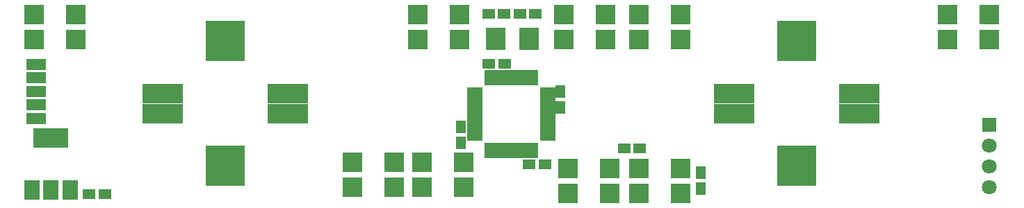
<source format=gts>
G04 (created by PCBNEW (22-Jun-2014 BZR 4027)-stable) date Thu 28 Jun 2018 06:28:58 PM CST*
%MOIN*%
G04 Gerber Fmt 3.4, Leading zero omitted, Abs format*
%FSLAX34Y34*%
G01*
G70*
G90*
G04 APERTURE LIST*
%ADD10C,0.00393701*%
%ADD11R,0.165354X0.0944882*%
%ADD12R,0.0748031X0.0944882*%
%ADD13R,0.0629921X0.0452756*%
%ADD14R,0.0944882X0.192913*%
%ADD15R,0.192913X0.0944882*%
%ADD16R,0.0944882X0.110236*%
%ADD17R,0.0452756X0.0629921*%
%ADD18R,0.0944882X0.0944882*%
%ADD19R,0.0944882X0.0551181*%
%ADD20R,0.070748X0.070748*%
%ADD21C,0.070748*%
%ADD22R,0.0267717X0.0748031*%
%ADD23R,0.0354331X0.0748031*%
%ADD24R,0.0748031X0.0354331*%
%ADD25R,0.0748031X0.0267717*%
G04 APERTURE END LIST*
G54D10*
G54D11*
X113200Y-100559D03*
G54D12*
X113200Y-103040D03*
X114105Y-103040D03*
X112294Y-103040D03*
G54D13*
X140675Y-101050D03*
X141424Y-101050D03*
G54D14*
X121087Y-95894D03*
X122032Y-95894D03*
X149432Y-95894D03*
X148487Y-95894D03*
X149432Y-101894D03*
X148487Y-101894D03*
X121087Y-101894D03*
X122032Y-101894D03*
G54D15*
X151960Y-98421D03*
X151960Y-99366D03*
X124560Y-98421D03*
X124560Y-99366D03*
X118550Y-99372D03*
X118550Y-98427D03*
X145960Y-98421D03*
X145960Y-99366D03*
G54D16*
X134502Y-95794D03*
X136117Y-95794D03*
G54D13*
X136434Y-94594D03*
X135685Y-94594D03*
X134185Y-94594D03*
X134934Y-94594D03*
G54D17*
X144350Y-102225D03*
X144350Y-102974D03*
X132860Y-100768D03*
X132860Y-100019D03*
G54D13*
X134187Y-96986D03*
X134936Y-96986D03*
X136874Y-101800D03*
X136125Y-101800D03*
G54D17*
X137610Y-98321D03*
X137610Y-99070D03*
G54D18*
X141400Y-103200D03*
X141400Y-102000D03*
X143400Y-102000D03*
X143400Y-103200D03*
X112400Y-95800D03*
X112400Y-94600D03*
X114400Y-94600D03*
X114400Y-95800D03*
X156200Y-95800D03*
X156200Y-94600D03*
X158200Y-94600D03*
X158200Y-95800D03*
X131000Y-102900D03*
X131000Y-101700D03*
X133000Y-101700D03*
X133000Y-102900D03*
X138000Y-103200D03*
X138000Y-102000D03*
X140000Y-102000D03*
X140000Y-103200D03*
X139800Y-94600D03*
X139800Y-95800D03*
X137800Y-95800D03*
X137800Y-94600D03*
X143400Y-94600D03*
X143400Y-95800D03*
X141400Y-95800D03*
X141400Y-94600D03*
X132800Y-94600D03*
X132800Y-95800D03*
X130800Y-95800D03*
X130800Y-94600D03*
X127650Y-102900D03*
X127650Y-101700D03*
X129650Y-101700D03*
X129650Y-102900D03*
G54D19*
X112500Y-99600D03*
X112500Y-98950D03*
X112500Y-98300D03*
X112500Y-97650D03*
X112500Y-97000D03*
G54D20*
X158200Y-99900D03*
G54D21*
X158200Y-100900D03*
X158200Y-101900D03*
X158200Y-102900D03*
G54D22*
X135752Y-97651D03*
X135555Y-97651D03*
X135358Y-97651D03*
X135161Y-97651D03*
X134964Y-97651D03*
G54D23*
X136382Y-97651D03*
G54D22*
X136145Y-97651D03*
X135948Y-97651D03*
G54D24*
X133517Y-98271D03*
G54D25*
X133517Y-98508D03*
X133517Y-98705D03*
X133517Y-98901D03*
X133517Y-99098D03*
X133517Y-99295D03*
X133517Y-99492D03*
X133517Y-99689D03*
G54D23*
X134137Y-101136D03*
G54D22*
X134374Y-101136D03*
X134571Y-101136D03*
X134767Y-101136D03*
X134964Y-101136D03*
X135161Y-101136D03*
X135358Y-101136D03*
X135555Y-101136D03*
G54D24*
X137002Y-100516D03*
G54D25*
X137002Y-100279D03*
X137002Y-100082D03*
X137002Y-99886D03*
X137002Y-99689D03*
X137002Y-99492D03*
X137002Y-99295D03*
X137002Y-99098D03*
G54D22*
X134767Y-97651D03*
X134571Y-97651D03*
X134374Y-97651D03*
G54D23*
X134137Y-97651D03*
G54D25*
X133517Y-99886D03*
X133517Y-100082D03*
X133517Y-100279D03*
G54D24*
X133517Y-100516D03*
G54D22*
X135752Y-101136D03*
X135948Y-101136D03*
X136145Y-101136D03*
G54D23*
X136382Y-101136D03*
G54D25*
X137002Y-98901D03*
X137002Y-98705D03*
X137002Y-98508D03*
G54D24*
X137002Y-98271D03*
G54D13*
X115025Y-103250D03*
X115774Y-103250D03*
M02*

</source>
